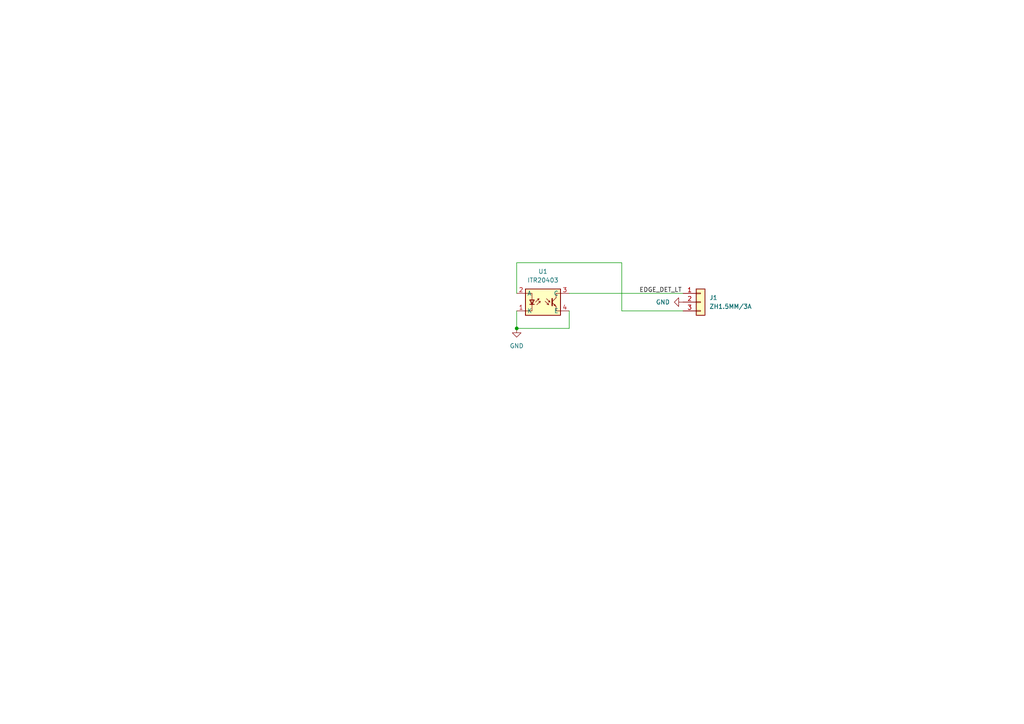
<source format=kicad_sch>
(kicad_sch (version 20211123) (generator eeschema)
  (paper "A4")
  (title_block (title "EHSLS-01-Cliff") (date "2022-05-09") (rev "V0.1") (company "Timye"))
  (lib_symbols
    (symbol "Connector_Generic:Conn_01x03" (pin_names (offset 1.016) hide)
      (property "Reference" "J" (at 0 5.08 0))
      (property "Value" "Conn_01x03" (at 0 -5.08 0))
      (symbol "Conn_01x03_1_1"
        (rectangle (start -1.27 -2.413) (end 0 -2.667) (stroke (width 0.1524)))
        (rectangle (start -1.27 0.127) (end 0 -0.127) (stroke (width 0.1524)))
        (rectangle (start -1.27 2.667) (end 0 2.413) (stroke (width 0.1524)))
        (rectangle (start -1.27 3.81) (end 1.27 -3.81) (stroke (width 0.254)) (fill (type background)))
        (pin passive line (at -5.08 2.54 0) (length 3.81) (name "Pin_1") (number "1"))
        (pin passive line (at -5.08 0 0) (length 3.81) (name "Pin_2") (number "2"))
        (pin passive line (at -5.08 -2.54 0) (length 3.81) (name "Pin_3") (number "3"))
      )
    )
    (symbol "Ovo_Sensor_Proximity:ITR20403"
      (property "Reference" "U" (at -5.08 5.08 0))
      (property "Value" "ITR20403" (at -1.27 -5.08 0))
      (symbol "ITR20403_0_1"
        (polyline (pts (xy -3.81 -0.635) (xy -2.54 -0.635)) (stroke (width 0.254)))
        (polyline (pts (xy -1.143 1.016) (xy -1.27 0.508)))
        (polyline (pts (xy -0.762 0.254) (xy -0.889 -0.254)))
        (polyline (pts (xy 1.651 -0.762) (xy 1.143 -0.635)))
        (polyline (pts (xy 2.032 0) (xy 1.524 0.127)))
        (polyline (pts (xy 2.667 -0.127) (xy 3.81 -1.27)))
        (polyline (pts (xy 2.667 0.127) (xy 3.81 1.27)))
        (polyline (pts (xy -2.159 0) (xy -1.143 1.016) (xy -1.651 0.889)))
        (polyline (pts (xy -1.778 -0.762) (xy -0.762 0.254) (xy -1.27 0.127)))
        (polyline (pts (xy 0.635 0.254) (xy 1.651 -0.762) (xy 1.524 -0.254)))
        (polyline (pts (xy 1.016 1.016) (xy 2.032 0) (xy 1.905 0.508)))
        (polyline (pts (xy 2.667 1.016) (xy 2.667 -1.016) (xy 2.667 -1.016)) (stroke (width 0.3556)))
        (polyline (pts (xy 3.81 -1.27) (xy 3.81 -2.54) (xy 5.08 -2.54)))
        (polyline (pts (xy 3.81 1.27) (xy 3.81 2.54) (xy 5.08 2.54)))
        (polyline (pts (xy -5.08 -2.54) (xy -3.175 -2.54) (xy -3.175 2.54) (xy -5.08 2.54)))
        (polyline (pts (xy -3.175 -0.635) (xy -3.81 0.635) (xy -2.54 0.635) (xy -3.175 -0.635)) (stroke (width 0.254)))
        (polyline (pts (xy 3.683 -1.143) (xy 3.429 -0.635) (xy 3.175 -0.889) (xy 3.683 -1.143)))
        (polyline (pts (xy -5.08 -3.81) (xy 5.08 -3.81) (xy 5.08 3.81) (xy -5.08 3.81) (xy -5.08 -3.81)) (stroke (width 0.254)) (fill (type background)))
      )
      (symbol "ITR20403_1_1"
        (pin passive line (at -7.62 -2.54 0) (length 2.54) (name "K") (number "1"))
        (pin passive line (at -7.62 2.54 0) (length 2.54) (name "A") (number "2"))
        (pin open_collector line (at 7.62 2.54 180) (length 2.54) (name "C") (number "3"))
        (pin open_emitter line (at 7.62 -2.54 180) (length 2.54) (name "E") (number "4"))
      )
    )
    (symbol "power:GND" (power) (pin_names (offset 0))
      (property "Value" "GND" (at 0 -3.81 0))
      (symbol "GND_0_1"
        (polyline (pts (xy 0 0) (xy 0 -1.27) (xy 1.27 -1.27) (xy 0 -2.54) (xy -1.27 -1.27) (xy 0 -1.27)))
      )
      (symbol "GND_1_1"
        (pin power_in line (at 0 0 270) (length 0) hide (name "GND") (number "1"))
      )
    )
  )
  (junction (at 149.86 95.25))
  (wire (pts (xy 149.86 95.25) (xy 149.86 90.17)))
  (wire (pts (xy 165.1 85.09) (xy 198.12 85.09)))
  (wire (pts (xy 180.34 90.17) (xy 180.34 76.2)))
  (wire (pts (xy 165.1 90.17) (xy 165.1 95.25)))
  (wire (pts (xy 180.34 76.2) (xy 149.86 76.2)))
  (wire (pts (xy 165.1 95.25) (xy 149.86 95.25)))
  (wire (pts (xy 149.86 76.2) (xy 149.86 85.09)))
  (wire (pts (xy 180.34 90.17) (xy 198.12 90.17)))
  (label "EDGE_DET_LT" (at 185.42 85.09 0))
  (symbol (lib_id "Ovo_Sensor_Proximity:ITR20403") (at 157.48 87.63 0) (unit 1)
    (property "Reference" "U1" (at 157.48 78.74 0))
    (property "Value" "ITR20403" (at 157.48 81.28 0))
    (property "Footprint" "Ovo_Sensor_Proximity:EverLight_ITR20403_6.4x4.2mm_P2.54mm" (effects hide))
    (property "Datasheet" "https://atta.szlcsc.com/upload/public/pdf/source/20201022/C5135_4EB62414E13FAABBEBF22ADF26770478.pdf" (effects hide))
  )
  (symbol (lib_id "Connector_Generic:Conn_01x03") (at 203.2 87.63 0) (unit 1)
    (property "Reference" "J1" (at 205.74 86.3599 0) (effects (justify left)))
    (property "Value" "ZH1.5MM/3A" (at 205.74 88.8999 0) (effects (justify left)))
    (property "Footprint" "Ovo_Connector_JST:JST_ZH_B03B-ZR_1x03_P1.50mm_Vertical" (effects hide))
  )
  (symbol (lib_id "power:GND") (at 149.86 95.25 0) (unit 1)
    (property "Reference" "#PWR0102" (effects hide))
    (property "Value" "GND" (at 149.86 100.33 0))
  )
  (symbol (lib_id "power:GND") (at 198.12 87.63 270) (unit 1)
    (property "Reference" "#PWR0101" (effects hide))
    (property "Value" "GND" (at 194.31 87.63 90) (effects (justify right)))
  )
)
</source>
